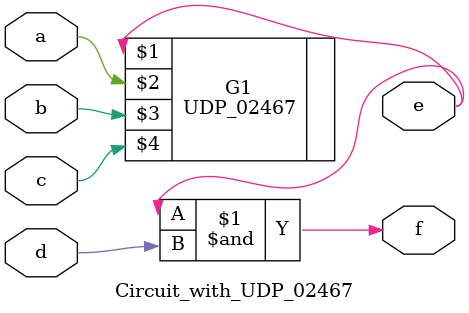
<source format=v>
`timescale 1ns / 1ps

module Circuit_with_UDP_02467(e,f,a,b,c,d);
	output e,f;
	input a,b,c,d;
	
	UDP_02467 G1(e,a,b,c);
	and 		 (f,e,d);

endmodule

</source>
